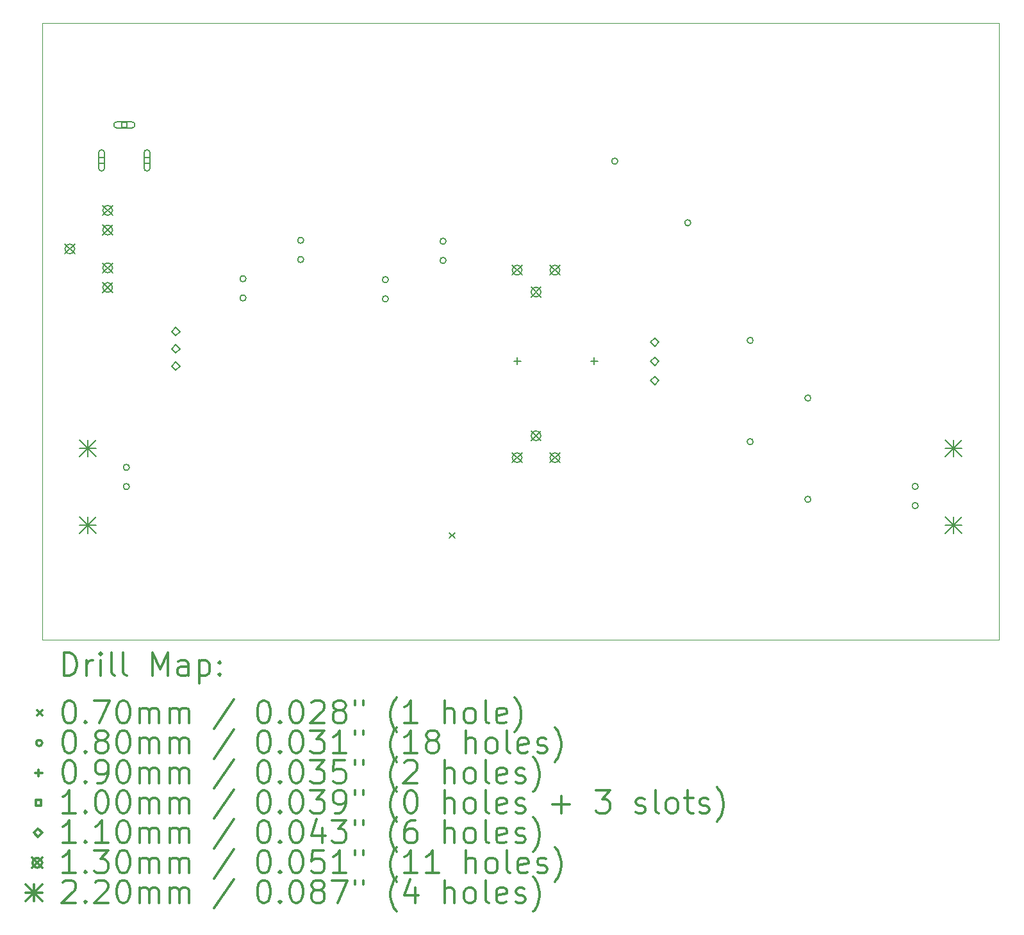
<source format=gbr>
%FSLAX45Y45*%
G04 Gerber Fmt 4.5, Leading zero omitted, Abs format (unit mm)*
G04 Created by KiCad (PCBNEW (5.1.5)-3) date 2021-07-25 13:57:22*
%MOMM*%
%LPD*%
G04 APERTURE LIST*
%TA.AperFunction,Profile*%
%ADD10C,0.100000*%
%TD*%
%ADD11C,0.200000*%
%ADD12C,0.300000*%
G04 APERTURE END LIST*
D10*
X20200000Y-1980000D02*
X20200000Y-10140000D01*
X7560000Y-1980000D02*
X20200000Y-1980000D01*
X7560000Y-10140000D02*
X7560000Y-1980000D01*
X20200000Y-10140000D02*
X7560000Y-10140000D01*
D11*
X12935000Y-8725000D02*
X13005000Y-8795000D01*
X13005000Y-8725000D02*
X12935000Y-8795000D01*
X12129000Y-5377000D02*
G75*
G03X12129000Y-5377000I-40000J0D01*
G01*
X12129000Y-5631000D02*
G75*
G03X12129000Y-5631000I-40000J0D01*
G01*
X12891000Y-4869000D02*
G75*
G03X12891000Y-4869000I-40000J0D01*
G01*
X12891000Y-5123000D02*
G75*
G03X12891000Y-5123000I-40000J0D01*
G01*
X16949000Y-6179000D02*
G75*
G03X16949000Y-6179000I-40000J0D01*
G01*
X17711000Y-6941000D02*
G75*
G03X17711000Y-6941000I-40000J0D01*
G01*
X15160000Y-3810000D02*
G75*
G03X15160000Y-3810000I-40000J0D01*
G01*
X16124500Y-4624400D02*
G75*
G03X16124500Y-4624400I-40000J0D01*
G01*
X8708000Y-7858000D02*
G75*
G03X8708000Y-7858000I-40000J0D01*
G01*
X8708000Y-8112000D02*
G75*
G03X8708000Y-8112000I-40000J0D01*
G01*
X16949000Y-7519000D02*
G75*
G03X16949000Y-7519000I-40000J0D01*
G01*
X17711000Y-8281000D02*
G75*
G03X17711000Y-8281000I-40000J0D01*
G01*
X19130000Y-8110000D02*
G75*
G03X19130000Y-8110000I-40000J0D01*
G01*
X19130000Y-8364000D02*
G75*
G03X19130000Y-8364000I-40000J0D01*
G01*
X10248000Y-5364000D02*
G75*
G03X10248000Y-5364000I-40000J0D01*
G01*
X10248000Y-5618000D02*
G75*
G03X10248000Y-5618000I-40000J0D01*
G01*
X11010000Y-4856000D02*
G75*
G03X11010000Y-4856000I-40000J0D01*
G01*
X11010000Y-5110000D02*
G75*
G03X11010000Y-5110000I-40000J0D01*
G01*
X13834000Y-6405000D02*
X13834000Y-6495000D01*
X13789000Y-6450000D02*
X13879000Y-6450000D01*
X14850000Y-6405000D02*
X14850000Y-6495000D01*
X14805000Y-6450000D02*
X14895000Y-6450000D01*
X8375356Y-3835356D02*
X8375356Y-3764644D01*
X8304644Y-3764644D01*
X8304644Y-3835356D01*
X8375356Y-3835356D01*
X8300000Y-3700000D02*
X8300000Y-3900000D01*
X8380000Y-3700000D02*
X8380000Y-3900000D01*
X8300000Y-3900000D02*
G75*
G03X8380000Y-3900000I40000J0D01*
G01*
X8380000Y-3700000D02*
G75*
G03X8300000Y-3700000I-40000J0D01*
G01*
X8675356Y-3365356D02*
X8675356Y-3294644D01*
X8604644Y-3294644D01*
X8604644Y-3365356D01*
X8675356Y-3365356D01*
X8540000Y-3370000D02*
X8740000Y-3370000D01*
X8540000Y-3290000D02*
X8740000Y-3290000D01*
X8740000Y-3370000D02*
G75*
G03X8740000Y-3290000I0J40000D01*
G01*
X8540000Y-3290000D02*
G75*
G03X8540000Y-3370000I0J-40000D01*
G01*
X8975356Y-3835356D02*
X8975356Y-3764644D01*
X8904644Y-3764644D01*
X8904644Y-3835356D01*
X8975356Y-3835356D01*
X8900000Y-3700000D02*
X8900000Y-3900000D01*
X8980000Y-3700000D02*
X8980000Y-3900000D01*
X8900000Y-3900000D02*
G75*
G03X8980000Y-3900000I40000J0D01*
G01*
X8980000Y-3700000D02*
G75*
G03X8900000Y-3700000I-40000J0D01*
G01*
X9320000Y-6117000D02*
X9375000Y-6062000D01*
X9320000Y-6007000D01*
X9265000Y-6062000D01*
X9320000Y-6117000D01*
X9320000Y-6346000D02*
X9375000Y-6291000D01*
X9320000Y-6236000D01*
X9265000Y-6291000D01*
X9320000Y-6346000D01*
X9320000Y-6575000D02*
X9375000Y-6520000D01*
X9320000Y-6465000D01*
X9265000Y-6520000D01*
X9320000Y-6575000D01*
X15650000Y-6257000D02*
X15705000Y-6202000D01*
X15650000Y-6147000D01*
X15595000Y-6202000D01*
X15650000Y-6257000D01*
X15650000Y-6511000D02*
X15705000Y-6456000D01*
X15650000Y-6401000D01*
X15595000Y-6456000D01*
X15650000Y-6511000D01*
X15650000Y-6765000D02*
X15705000Y-6710000D01*
X15650000Y-6655000D01*
X15595000Y-6710000D01*
X15650000Y-6765000D01*
X13765000Y-7665000D02*
X13895000Y-7795000D01*
X13895000Y-7665000D02*
X13765000Y-7795000D01*
X13895000Y-7730000D02*
G75*
G03X13895000Y-7730000I-65000J0D01*
G01*
X14015000Y-7375000D02*
X14145000Y-7505000D01*
X14145000Y-7375000D02*
X14015000Y-7505000D01*
X14145000Y-7440000D02*
G75*
G03X14145000Y-7440000I-65000J0D01*
G01*
X14265000Y-7665000D02*
X14395000Y-7795000D01*
X14395000Y-7665000D02*
X14265000Y-7795000D01*
X14395000Y-7730000D02*
G75*
G03X14395000Y-7730000I-65000J0D01*
G01*
X7855000Y-4905000D02*
X7985000Y-5035000D01*
X7985000Y-4905000D02*
X7855000Y-5035000D01*
X7985000Y-4970000D02*
G75*
G03X7985000Y-4970000I-65000J0D01*
G01*
X8355000Y-4395000D02*
X8485000Y-4525000D01*
X8485000Y-4395000D02*
X8355000Y-4525000D01*
X8485000Y-4460000D02*
G75*
G03X8485000Y-4460000I-65000J0D01*
G01*
X8355000Y-4655000D02*
X8485000Y-4785000D01*
X8485000Y-4655000D02*
X8355000Y-4785000D01*
X8485000Y-4720000D02*
G75*
G03X8485000Y-4720000I-65000J0D01*
G01*
X8355000Y-5155000D02*
X8485000Y-5285000D01*
X8485000Y-5155000D02*
X8355000Y-5285000D01*
X8485000Y-5220000D02*
G75*
G03X8485000Y-5220000I-65000J0D01*
G01*
X8355000Y-5415000D02*
X8485000Y-5545000D01*
X8485000Y-5415000D02*
X8355000Y-5545000D01*
X8485000Y-5480000D02*
G75*
G03X8485000Y-5480000I-65000J0D01*
G01*
X13765000Y-5185000D02*
X13895000Y-5315000D01*
X13895000Y-5185000D02*
X13765000Y-5315000D01*
X13895000Y-5250000D02*
G75*
G03X13895000Y-5250000I-65000J0D01*
G01*
X14015000Y-5475000D02*
X14145000Y-5605000D01*
X14145000Y-5475000D02*
X14015000Y-5605000D01*
X14145000Y-5540000D02*
G75*
G03X14145000Y-5540000I-65000J0D01*
G01*
X14265000Y-5185000D02*
X14395000Y-5315000D01*
X14395000Y-5185000D02*
X14265000Y-5315000D01*
X14395000Y-5250000D02*
G75*
G03X14395000Y-5250000I-65000J0D01*
G01*
X8050000Y-7494000D02*
X8270000Y-7714000D01*
X8270000Y-7494000D02*
X8050000Y-7714000D01*
X8160000Y-7494000D02*
X8160000Y-7714000D01*
X8050000Y-7604000D02*
X8270000Y-7604000D01*
X8050000Y-8510000D02*
X8270000Y-8730000D01*
X8270000Y-8510000D02*
X8050000Y-8730000D01*
X8160000Y-8510000D02*
X8160000Y-8730000D01*
X8050000Y-8620000D02*
X8270000Y-8620000D01*
X19488000Y-7492000D02*
X19708000Y-7712000D01*
X19708000Y-7492000D02*
X19488000Y-7712000D01*
X19598000Y-7492000D02*
X19598000Y-7712000D01*
X19488000Y-7602000D02*
X19708000Y-7602000D01*
X19488000Y-8508000D02*
X19708000Y-8728000D01*
X19708000Y-8508000D02*
X19488000Y-8728000D01*
X19598000Y-8508000D02*
X19598000Y-8728000D01*
X19488000Y-8618000D02*
X19708000Y-8618000D01*
D12*
X7841428Y-10610714D02*
X7841428Y-10310714D01*
X7912857Y-10310714D01*
X7955714Y-10325000D01*
X7984286Y-10353572D01*
X7998571Y-10382143D01*
X8012857Y-10439286D01*
X8012857Y-10482143D01*
X7998571Y-10539286D01*
X7984286Y-10567857D01*
X7955714Y-10596429D01*
X7912857Y-10610714D01*
X7841428Y-10610714D01*
X8141428Y-10610714D02*
X8141428Y-10410714D01*
X8141428Y-10467857D02*
X8155714Y-10439286D01*
X8170000Y-10425000D01*
X8198571Y-10410714D01*
X8227143Y-10410714D01*
X8327143Y-10610714D02*
X8327143Y-10410714D01*
X8327143Y-10310714D02*
X8312857Y-10325000D01*
X8327143Y-10339286D01*
X8341428Y-10325000D01*
X8327143Y-10310714D01*
X8327143Y-10339286D01*
X8512857Y-10610714D02*
X8484286Y-10596429D01*
X8470000Y-10567857D01*
X8470000Y-10310714D01*
X8670000Y-10610714D02*
X8641428Y-10596429D01*
X8627143Y-10567857D01*
X8627143Y-10310714D01*
X9012857Y-10610714D02*
X9012857Y-10310714D01*
X9112857Y-10525000D01*
X9212857Y-10310714D01*
X9212857Y-10610714D01*
X9484286Y-10610714D02*
X9484286Y-10453572D01*
X9470000Y-10425000D01*
X9441428Y-10410714D01*
X9384286Y-10410714D01*
X9355714Y-10425000D01*
X9484286Y-10596429D02*
X9455714Y-10610714D01*
X9384286Y-10610714D01*
X9355714Y-10596429D01*
X9341428Y-10567857D01*
X9341428Y-10539286D01*
X9355714Y-10510714D01*
X9384286Y-10496429D01*
X9455714Y-10496429D01*
X9484286Y-10482143D01*
X9627143Y-10410714D02*
X9627143Y-10710714D01*
X9627143Y-10425000D02*
X9655714Y-10410714D01*
X9712857Y-10410714D01*
X9741428Y-10425000D01*
X9755714Y-10439286D01*
X9770000Y-10467857D01*
X9770000Y-10553572D01*
X9755714Y-10582143D01*
X9741428Y-10596429D01*
X9712857Y-10610714D01*
X9655714Y-10610714D01*
X9627143Y-10596429D01*
X9898571Y-10582143D02*
X9912857Y-10596429D01*
X9898571Y-10610714D01*
X9884286Y-10596429D01*
X9898571Y-10582143D01*
X9898571Y-10610714D01*
X9898571Y-10425000D02*
X9912857Y-10439286D01*
X9898571Y-10453572D01*
X9884286Y-10439286D01*
X9898571Y-10425000D01*
X9898571Y-10453572D01*
X7485000Y-11070000D02*
X7555000Y-11140000D01*
X7555000Y-11070000D02*
X7485000Y-11140000D01*
X7898571Y-10940714D02*
X7927143Y-10940714D01*
X7955714Y-10955000D01*
X7970000Y-10969286D01*
X7984286Y-10997857D01*
X7998571Y-11055000D01*
X7998571Y-11126429D01*
X7984286Y-11183572D01*
X7970000Y-11212143D01*
X7955714Y-11226429D01*
X7927143Y-11240714D01*
X7898571Y-11240714D01*
X7870000Y-11226429D01*
X7855714Y-11212143D01*
X7841428Y-11183572D01*
X7827143Y-11126429D01*
X7827143Y-11055000D01*
X7841428Y-10997857D01*
X7855714Y-10969286D01*
X7870000Y-10955000D01*
X7898571Y-10940714D01*
X8127143Y-11212143D02*
X8141428Y-11226429D01*
X8127143Y-11240714D01*
X8112857Y-11226429D01*
X8127143Y-11212143D01*
X8127143Y-11240714D01*
X8241428Y-10940714D02*
X8441428Y-10940714D01*
X8312857Y-11240714D01*
X8612857Y-10940714D02*
X8641428Y-10940714D01*
X8670000Y-10955000D01*
X8684286Y-10969286D01*
X8698571Y-10997857D01*
X8712857Y-11055000D01*
X8712857Y-11126429D01*
X8698571Y-11183572D01*
X8684286Y-11212143D01*
X8670000Y-11226429D01*
X8641428Y-11240714D01*
X8612857Y-11240714D01*
X8584286Y-11226429D01*
X8570000Y-11212143D01*
X8555714Y-11183572D01*
X8541428Y-11126429D01*
X8541428Y-11055000D01*
X8555714Y-10997857D01*
X8570000Y-10969286D01*
X8584286Y-10955000D01*
X8612857Y-10940714D01*
X8841428Y-11240714D02*
X8841428Y-11040714D01*
X8841428Y-11069286D02*
X8855714Y-11055000D01*
X8884286Y-11040714D01*
X8927143Y-11040714D01*
X8955714Y-11055000D01*
X8970000Y-11083572D01*
X8970000Y-11240714D01*
X8970000Y-11083572D02*
X8984286Y-11055000D01*
X9012857Y-11040714D01*
X9055714Y-11040714D01*
X9084286Y-11055000D01*
X9098571Y-11083572D01*
X9098571Y-11240714D01*
X9241428Y-11240714D02*
X9241428Y-11040714D01*
X9241428Y-11069286D02*
X9255714Y-11055000D01*
X9284286Y-11040714D01*
X9327143Y-11040714D01*
X9355714Y-11055000D01*
X9370000Y-11083572D01*
X9370000Y-11240714D01*
X9370000Y-11083572D02*
X9384286Y-11055000D01*
X9412857Y-11040714D01*
X9455714Y-11040714D01*
X9484286Y-11055000D01*
X9498571Y-11083572D01*
X9498571Y-11240714D01*
X10084286Y-10926429D02*
X9827143Y-11312143D01*
X10470000Y-10940714D02*
X10498571Y-10940714D01*
X10527143Y-10955000D01*
X10541428Y-10969286D01*
X10555714Y-10997857D01*
X10570000Y-11055000D01*
X10570000Y-11126429D01*
X10555714Y-11183572D01*
X10541428Y-11212143D01*
X10527143Y-11226429D01*
X10498571Y-11240714D01*
X10470000Y-11240714D01*
X10441428Y-11226429D01*
X10427143Y-11212143D01*
X10412857Y-11183572D01*
X10398571Y-11126429D01*
X10398571Y-11055000D01*
X10412857Y-10997857D01*
X10427143Y-10969286D01*
X10441428Y-10955000D01*
X10470000Y-10940714D01*
X10698571Y-11212143D02*
X10712857Y-11226429D01*
X10698571Y-11240714D01*
X10684286Y-11226429D01*
X10698571Y-11212143D01*
X10698571Y-11240714D01*
X10898571Y-10940714D02*
X10927143Y-10940714D01*
X10955714Y-10955000D01*
X10970000Y-10969286D01*
X10984286Y-10997857D01*
X10998571Y-11055000D01*
X10998571Y-11126429D01*
X10984286Y-11183572D01*
X10970000Y-11212143D01*
X10955714Y-11226429D01*
X10927143Y-11240714D01*
X10898571Y-11240714D01*
X10870000Y-11226429D01*
X10855714Y-11212143D01*
X10841428Y-11183572D01*
X10827143Y-11126429D01*
X10827143Y-11055000D01*
X10841428Y-10997857D01*
X10855714Y-10969286D01*
X10870000Y-10955000D01*
X10898571Y-10940714D01*
X11112857Y-10969286D02*
X11127143Y-10955000D01*
X11155714Y-10940714D01*
X11227143Y-10940714D01*
X11255714Y-10955000D01*
X11270000Y-10969286D01*
X11284286Y-10997857D01*
X11284286Y-11026429D01*
X11270000Y-11069286D01*
X11098571Y-11240714D01*
X11284286Y-11240714D01*
X11455714Y-11069286D02*
X11427143Y-11055000D01*
X11412857Y-11040714D01*
X11398571Y-11012143D01*
X11398571Y-10997857D01*
X11412857Y-10969286D01*
X11427143Y-10955000D01*
X11455714Y-10940714D01*
X11512857Y-10940714D01*
X11541428Y-10955000D01*
X11555714Y-10969286D01*
X11570000Y-10997857D01*
X11570000Y-11012143D01*
X11555714Y-11040714D01*
X11541428Y-11055000D01*
X11512857Y-11069286D01*
X11455714Y-11069286D01*
X11427143Y-11083572D01*
X11412857Y-11097857D01*
X11398571Y-11126429D01*
X11398571Y-11183572D01*
X11412857Y-11212143D01*
X11427143Y-11226429D01*
X11455714Y-11240714D01*
X11512857Y-11240714D01*
X11541428Y-11226429D01*
X11555714Y-11212143D01*
X11570000Y-11183572D01*
X11570000Y-11126429D01*
X11555714Y-11097857D01*
X11541428Y-11083572D01*
X11512857Y-11069286D01*
X11684286Y-10940714D02*
X11684286Y-10997857D01*
X11798571Y-10940714D02*
X11798571Y-10997857D01*
X12241428Y-11355000D02*
X12227143Y-11340714D01*
X12198571Y-11297857D01*
X12184286Y-11269286D01*
X12170000Y-11226429D01*
X12155714Y-11155000D01*
X12155714Y-11097857D01*
X12170000Y-11026429D01*
X12184286Y-10983572D01*
X12198571Y-10955000D01*
X12227143Y-10912143D01*
X12241428Y-10897857D01*
X12512857Y-11240714D02*
X12341428Y-11240714D01*
X12427143Y-11240714D02*
X12427143Y-10940714D01*
X12398571Y-10983572D01*
X12370000Y-11012143D01*
X12341428Y-11026429D01*
X12870000Y-11240714D02*
X12870000Y-10940714D01*
X12998571Y-11240714D02*
X12998571Y-11083572D01*
X12984286Y-11055000D01*
X12955714Y-11040714D01*
X12912857Y-11040714D01*
X12884286Y-11055000D01*
X12870000Y-11069286D01*
X13184286Y-11240714D02*
X13155714Y-11226429D01*
X13141428Y-11212143D01*
X13127143Y-11183572D01*
X13127143Y-11097857D01*
X13141428Y-11069286D01*
X13155714Y-11055000D01*
X13184286Y-11040714D01*
X13227143Y-11040714D01*
X13255714Y-11055000D01*
X13270000Y-11069286D01*
X13284286Y-11097857D01*
X13284286Y-11183572D01*
X13270000Y-11212143D01*
X13255714Y-11226429D01*
X13227143Y-11240714D01*
X13184286Y-11240714D01*
X13455714Y-11240714D02*
X13427143Y-11226429D01*
X13412857Y-11197857D01*
X13412857Y-10940714D01*
X13684286Y-11226429D02*
X13655714Y-11240714D01*
X13598571Y-11240714D01*
X13570000Y-11226429D01*
X13555714Y-11197857D01*
X13555714Y-11083572D01*
X13570000Y-11055000D01*
X13598571Y-11040714D01*
X13655714Y-11040714D01*
X13684286Y-11055000D01*
X13698571Y-11083572D01*
X13698571Y-11112143D01*
X13555714Y-11140714D01*
X13798571Y-11355000D02*
X13812857Y-11340714D01*
X13841428Y-11297857D01*
X13855714Y-11269286D01*
X13870000Y-11226429D01*
X13884286Y-11155000D01*
X13884286Y-11097857D01*
X13870000Y-11026429D01*
X13855714Y-10983572D01*
X13841428Y-10955000D01*
X13812857Y-10912143D01*
X13798571Y-10897857D01*
X7555000Y-11501000D02*
G75*
G03X7555000Y-11501000I-40000J0D01*
G01*
X7898571Y-11336714D02*
X7927143Y-11336714D01*
X7955714Y-11351000D01*
X7970000Y-11365286D01*
X7984286Y-11393857D01*
X7998571Y-11451000D01*
X7998571Y-11522429D01*
X7984286Y-11579571D01*
X7970000Y-11608143D01*
X7955714Y-11622429D01*
X7927143Y-11636714D01*
X7898571Y-11636714D01*
X7870000Y-11622429D01*
X7855714Y-11608143D01*
X7841428Y-11579571D01*
X7827143Y-11522429D01*
X7827143Y-11451000D01*
X7841428Y-11393857D01*
X7855714Y-11365286D01*
X7870000Y-11351000D01*
X7898571Y-11336714D01*
X8127143Y-11608143D02*
X8141428Y-11622429D01*
X8127143Y-11636714D01*
X8112857Y-11622429D01*
X8127143Y-11608143D01*
X8127143Y-11636714D01*
X8312857Y-11465286D02*
X8284286Y-11451000D01*
X8270000Y-11436714D01*
X8255714Y-11408143D01*
X8255714Y-11393857D01*
X8270000Y-11365286D01*
X8284286Y-11351000D01*
X8312857Y-11336714D01*
X8370000Y-11336714D01*
X8398571Y-11351000D01*
X8412857Y-11365286D01*
X8427143Y-11393857D01*
X8427143Y-11408143D01*
X8412857Y-11436714D01*
X8398571Y-11451000D01*
X8370000Y-11465286D01*
X8312857Y-11465286D01*
X8284286Y-11479571D01*
X8270000Y-11493857D01*
X8255714Y-11522429D01*
X8255714Y-11579571D01*
X8270000Y-11608143D01*
X8284286Y-11622429D01*
X8312857Y-11636714D01*
X8370000Y-11636714D01*
X8398571Y-11622429D01*
X8412857Y-11608143D01*
X8427143Y-11579571D01*
X8427143Y-11522429D01*
X8412857Y-11493857D01*
X8398571Y-11479571D01*
X8370000Y-11465286D01*
X8612857Y-11336714D02*
X8641428Y-11336714D01*
X8670000Y-11351000D01*
X8684286Y-11365286D01*
X8698571Y-11393857D01*
X8712857Y-11451000D01*
X8712857Y-11522429D01*
X8698571Y-11579571D01*
X8684286Y-11608143D01*
X8670000Y-11622429D01*
X8641428Y-11636714D01*
X8612857Y-11636714D01*
X8584286Y-11622429D01*
X8570000Y-11608143D01*
X8555714Y-11579571D01*
X8541428Y-11522429D01*
X8541428Y-11451000D01*
X8555714Y-11393857D01*
X8570000Y-11365286D01*
X8584286Y-11351000D01*
X8612857Y-11336714D01*
X8841428Y-11636714D02*
X8841428Y-11436714D01*
X8841428Y-11465286D02*
X8855714Y-11451000D01*
X8884286Y-11436714D01*
X8927143Y-11436714D01*
X8955714Y-11451000D01*
X8970000Y-11479571D01*
X8970000Y-11636714D01*
X8970000Y-11479571D02*
X8984286Y-11451000D01*
X9012857Y-11436714D01*
X9055714Y-11436714D01*
X9084286Y-11451000D01*
X9098571Y-11479571D01*
X9098571Y-11636714D01*
X9241428Y-11636714D02*
X9241428Y-11436714D01*
X9241428Y-11465286D02*
X9255714Y-11451000D01*
X9284286Y-11436714D01*
X9327143Y-11436714D01*
X9355714Y-11451000D01*
X9370000Y-11479571D01*
X9370000Y-11636714D01*
X9370000Y-11479571D02*
X9384286Y-11451000D01*
X9412857Y-11436714D01*
X9455714Y-11436714D01*
X9484286Y-11451000D01*
X9498571Y-11479571D01*
X9498571Y-11636714D01*
X10084286Y-11322429D02*
X9827143Y-11708143D01*
X10470000Y-11336714D02*
X10498571Y-11336714D01*
X10527143Y-11351000D01*
X10541428Y-11365286D01*
X10555714Y-11393857D01*
X10570000Y-11451000D01*
X10570000Y-11522429D01*
X10555714Y-11579571D01*
X10541428Y-11608143D01*
X10527143Y-11622429D01*
X10498571Y-11636714D01*
X10470000Y-11636714D01*
X10441428Y-11622429D01*
X10427143Y-11608143D01*
X10412857Y-11579571D01*
X10398571Y-11522429D01*
X10398571Y-11451000D01*
X10412857Y-11393857D01*
X10427143Y-11365286D01*
X10441428Y-11351000D01*
X10470000Y-11336714D01*
X10698571Y-11608143D02*
X10712857Y-11622429D01*
X10698571Y-11636714D01*
X10684286Y-11622429D01*
X10698571Y-11608143D01*
X10698571Y-11636714D01*
X10898571Y-11336714D02*
X10927143Y-11336714D01*
X10955714Y-11351000D01*
X10970000Y-11365286D01*
X10984286Y-11393857D01*
X10998571Y-11451000D01*
X10998571Y-11522429D01*
X10984286Y-11579571D01*
X10970000Y-11608143D01*
X10955714Y-11622429D01*
X10927143Y-11636714D01*
X10898571Y-11636714D01*
X10870000Y-11622429D01*
X10855714Y-11608143D01*
X10841428Y-11579571D01*
X10827143Y-11522429D01*
X10827143Y-11451000D01*
X10841428Y-11393857D01*
X10855714Y-11365286D01*
X10870000Y-11351000D01*
X10898571Y-11336714D01*
X11098571Y-11336714D02*
X11284286Y-11336714D01*
X11184286Y-11451000D01*
X11227143Y-11451000D01*
X11255714Y-11465286D01*
X11270000Y-11479571D01*
X11284286Y-11508143D01*
X11284286Y-11579571D01*
X11270000Y-11608143D01*
X11255714Y-11622429D01*
X11227143Y-11636714D01*
X11141428Y-11636714D01*
X11112857Y-11622429D01*
X11098571Y-11608143D01*
X11570000Y-11636714D02*
X11398571Y-11636714D01*
X11484286Y-11636714D02*
X11484286Y-11336714D01*
X11455714Y-11379571D01*
X11427143Y-11408143D01*
X11398571Y-11422429D01*
X11684286Y-11336714D02*
X11684286Y-11393857D01*
X11798571Y-11336714D02*
X11798571Y-11393857D01*
X12241428Y-11751000D02*
X12227143Y-11736714D01*
X12198571Y-11693857D01*
X12184286Y-11665286D01*
X12170000Y-11622429D01*
X12155714Y-11551000D01*
X12155714Y-11493857D01*
X12170000Y-11422429D01*
X12184286Y-11379571D01*
X12198571Y-11351000D01*
X12227143Y-11308143D01*
X12241428Y-11293857D01*
X12512857Y-11636714D02*
X12341428Y-11636714D01*
X12427143Y-11636714D02*
X12427143Y-11336714D01*
X12398571Y-11379571D01*
X12370000Y-11408143D01*
X12341428Y-11422429D01*
X12684286Y-11465286D02*
X12655714Y-11451000D01*
X12641428Y-11436714D01*
X12627143Y-11408143D01*
X12627143Y-11393857D01*
X12641428Y-11365286D01*
X12655714Y-11351000D01*
X12684286Y-11336714D01*
X12741428Y-11336714D01*
X12770000Y-11351000D01*
X12784286Y-11365286D01*
X12798571Y-11393857D01*
X12798571Y-11408143D01*
X12784286Y-11436714D01*
X12770000Y-11451000D01*
X12741428Y-11465286D01*
X12684286Y-11465286D01*
X12655714Y-11479571D01*
X12641428Y-11493857D01*
X12627143Y-11522429D01*
X12627143Y-11579571D01*
X12641428Y-11608143D01*
X12655714Y-11622429D01*
X12684286Y-11636714D01*
X12741428Y-11636714D01*
X12770000Y-11622429D01*
X12784286Y-11608143D01*
X12798571Y-11579571D01*
X12798571Y-11522429D01*
X12784286Y-11493857D01*
X12770000Y-11479571D01*
X12741428Y-11465286D01*
X13155714Y-11636714D02*
X13155714Y-11336714D01*
X13284286Y-11636714D02*
X13284286Y-11479571D01*
X13270000Y-11451000D01*
X13241428Y-11436714D01*
X13198571Y-11436714D01*
X13170000Y-11451000D01*
X13155714Y-11465286D01*
X13470000Y-11636714D02*
X13441428Y-11622429D01*
X13427143Y-11608143D01*
X13412857Y-11579571D01*
X13412857Y-11493857D01*
X13427143Y-11465286D01*
X13441428Y-11451000D01*
X13470000Y-11436714D01*
X13512857Y-11436714D01*
X13541428Y-11451000D01*
X13555714Y-11465286D01*
X13570000Y-11493857D01*
X13570000Y-11579571D01*
X13555714Y-11608143D01*
X13541428Y-11622429D01*
X13512857Y-11636714D01*
X13470000Y-11636714D01*
X13741428Y-11636714D02*
X13712857Y-11622429D01*
X13698571Y-11593857D01*
X13698571Y-11336714D01*
X13970000Y-11622429D02*
X13941428Y-11636714D01*
X13884286Y-11636714D01*
X13855714Y-11622429D01*
X13841428Y-11593857D01*
X13841428Y-11479571D01*
X13855714Y-11451000D01*
X13884286Y-11436714D01*
X13941428Y-11436714D01*
X13970000Y-11451000D01*
X13984286Y-11479571D01*
X13984286Y-11508143D01*
X13841428Y-11536714D01*
X14098571Y-11622429D02*
X14127143Y-11636714D01*
X14184286Y-11636714D01*
X14212857Y-11622429D01*
X14227143Y-11593857D01*
X14227143Y-11579571D01*
X14212857Y-11551000D01*
X14184286Y-11536714D01*
X14141428Y-11536714D01*
X14112857Y-11522429D01*
X14098571Y-11493857D01*
X14098571Y-11479571D01*
X14112857Y-11451000D01*
X14141428Y-11436714D01*
X14184286Y-11436714D01*
X14212857Y-11451000D01*
X14327143Y-11751000D02*
X14341428Y-11736714D01*
X14370000Y-11693857D01*
X14384286Y-11665286D01*
X14398571Y-11622429D01*
X14412857Y-11551000D01*
X14412857Y-11493857D01*
X14398571Y-11422429D01*
X14384286Y-11379571D01*
X14370000Y-11351000D01*
X14341428Y-11308143D01*
X14327143Y-11293857D01*
X7510000Y-11852000D02*
X7510000Y-11942000D01*
X7465000Y-11897000D02*
X7555000Y-11897000D01*
X7898571Y-11732714D02*
X7927143Y-11732714D01*
X7955714Y-11747000D01*
X7970000Y-11761286D01*
X7984286Y-11789857D01*
X7998571Y-11847000D01*
X7998571Y-11918429D01*
X7984286Y-11975571D01*
X7970000Y-12004143D01*
X7955714Y-12018429D01*
X7927143Y-12032714D01*
X7898571Y-12032714D01*
X7870000Y-12018429D01*
X7855714Y-12004143D01*
X7841428Y-11975571D01*
X7827143Y-11918429D01*
X7827143Y-11847000D01*
X7841428Y-11789857D01*
X7855714Y-11761286D01*
X7870000Y-11747000D01*
X7898571Y-11732714D01*
X8127143Y-12004143D02*
X8141428Y-12018429D01*
X8127143Y-12032714D01*
X8112857Y-12018429D01*
X8127143Y-12004143D01*
X8127143Y-12032714D01*
X8284286Y-12032714D02*
X8341428Y-12032714D01*
X8370000Y-12018429D01*
X8384286Y-12004143D01*
X8412857Y-11961286D01*
X8427143Y-11904143D01*
X8427143Y-11789857D01*
X8412857Y-11761286D01*
X8398571Y-11747000D01*
X8370000Y-11732714D01*
X8312857Y-11732714D01*
X8284286Y-11747000D01*
X8270000Y-11761286D01*
X8255714Y-11789857D01*
X8255714Y-11861286D01*
X8270000Y-11889857D01*
X8284286Y-11904143D01*
X8312857Y-11918429D01*
X8370000Y-11918429D01*
X8398571Y-11904143D01*
X8412857Y-11889857D01*
X8427143Y-11861286D01*
X8612857Y-11732714D02*
X8641428Y-11732714D01*
X8670000Y-11747000D01*
X8684286Y-11761286D01*
X8698571Y-11789857D01*
X8712857Y-11847000D01*
X8712857Y-11918429D01*
X8698571Y-11975571D01*
X8684286Y-12004143D01*
X8670000Y-12018429D01*
X8641428Y-12032714D01*
X8612857Y-12032714D01*
X8584286Y-12018429D01*
X8570000Y-12004143D01*
X8555714Y-11975571D01*
X8541428Y-11918429D01*
X8541428Y-11847000D01*
X8555714Y-11789857D01*
X8570000Y-11761286D01*
X8584286Y-11747000D01*
X8612857Y-11732714D01*
X8841428Y-12032714D02*
X8841428Y-11832714D01*
X8841428Y-11861286D02*
X8855714Y-11847000D01*
X8884286Y-11832714D01*
X8927143Y-11832714D01*
X8955714Y-11847000D01*
X8970000Y-11875571D01*
X8970000Y-12032714D01*
X8970000Y-11875571D02*
X8984286Y-11847000D01*
X9012857Y-11832714D01*
X9055714Y-11832714D01*
X9084286Y-11847000D01*
X9098571Y-11875571D01*
X9098571Y-12032714D01*
X9241428Y-12032714D02*
X9241428Y-11832714D01*
X9241428Y-11861286D02*
X9255714Y-11847000D01*
X9284286Y-11832714D01*
X9327143Y-11832714D01*
X9355714Y-11847000D01*
X9370000Y-11875571D01*
X9370000Y-12032714D01*
X9370000Y-11875571D02*
X9384286Y-11847000D01*
X9412857Y-11832714D01*
X9455714Y-11832714D01*
X9484286Y-11847000D01*
X9498571Y-11875571D01*
X9498571Y-12032714D01*
X10084286Y-11718429D02*
X9827143Y-12104143D01*
X10470000Y-11732714D02*
X10498571Y-11732714D01*
X10527143Y-11747000D01*
X10541428Y-11761286D01*
X10555714Y-11789857D01*
X10570000Y-11847000D01*
X10570000Y-11918429D01*
X10555714Y-11975571D01*
X10541428Y-12004143D01*
X10527143Y-12018429D01*
X10498571Y-12032714D01*
X10470000Y-12032714D01*
X10441428Y-12018429D01*
X10427143Y-12004143D01*
X10412857Y-11975571D01*
X10398571Y-11918429D01*
X10398571Y-11847000D01*
X10412857Y-11789857D01*
X10427143Y-11761286D01*
X10441428Y-11747000D01*
X10470000Y-11732714D01*
X10698571Y-12004143D02*
X10712857Y-12018429D01*
X10698571Y-12032714D01*
X10684286Y-12018429D01*
X10698571Y-12004143D01*
X10698571Y-12032714D01*
X10898571Y-11732714D02*
X10927143Y-11732714D01*
X10955714Y-11747000D01*
X10970000Y-11761286D01*
X10984286Y-11789857D01*
X10998571Y-11847000D01*
X10998571Y-11918429D01*
X10984286Y-11975571D01*
X10970000Y-12004143D01*
X10955714Y-12018429D01*
X10927143Y-12032714D01*
X10898571Y-12032714D01*
X10870000Y-12018429D01*
X10855714Y-12004143D01*
X10841428Y-11975571D01*
X10827143Y-11918429D01*
X10827143Y-11847000D01*
X10841428Y-11789857D01*
X10855714Y-11761286D01*
X10870000Y-11747000D01*
X10898571Y-11732714D01*
X11098571Y-11732714D02*
X11284286Y-11732714D01*
X11184286Y-11847000D01*
X11227143Y-11847000D01*
X11255714Y-11861286D01*
X11270000Y-11875571D01*
X11284286Y-11904143D01*
X11284286Y-11975571D01*
X11270000Y-12004143D01*
X11255714Y-12018429D01*
X11227143Y-12032714D01*
X11141428Y-12032714D01*
X11112857Y-12018429D01*
X11098571Y-12004143D01*
X11555714Y-11732714D02*
X11412857Y-11732714D01*
X11398571Y-11875571D01*
X11412857Y-11861286D01*
X11441428Y-11847000D01*
X11512857Y-11847000D01*
X11541428Y-11861286D01*
X11555714Y-11875571D01*
X11570000Y-11904143D01*
X11570000Y-11975571D01*
X11555714Y-12004143D01*
X11541428Y-12018429D01*
X11512857Y-12032714D01*
X11441428Y-12032714D01*
X11412857Y-12018429D01*
X11398571Y-12004143D01*
X11684286Y-11732714D02*
X11684286Y-11789857D01*
X11798571Y-11732714D02*
X11798571Y-11789857D01*
X12241428Y-12147000D02*
X12227143Y-12132714D01*
X12198571Y-12089857D01*
X12184286Y-12061286D01*
X12170000Y-12018429D01*
X12155714Y-11947000D01*
X12155714Y-11889857D01*
X12170000Y-11818429D01*
X12184286Y-11775571D01*
X12198571Y-11747000D01*
X12227143Y-11704143D01*
X12241428Y-11689857D01*
X12341428Y-11761286D02*
X12355714Y-11747000D01*
X12384286Y-11732714D01*
X12455714Y-11732714D01*
X12484286Y-11747000D01*
X12498571Y-11761286D01*
X12512857Y-11789857D01*
X12512857Y-11818429D01*
X12498571Y-11861286D01*
X12327143Y-12032714D01*
X12512857Y-12032714D01*
X12870000Y-12032714D02*
X12870000Y-11732714D01*
X12998571Y-12032714D02*
X12998571Y-11875571D01*
X12984286Y-11847000D01*
X12955714Y-11832714D01*
X12912857Y-11832714D01*
X12884286Y-11847000D01*
X12870000Y-11861286D01*
X13184286Y-12032714D02*
X13155714Y-12018429D01*
X13141428Y-12004143D01*
X13127143Y-11975571D01*
X13127143Y-11889857D01*
X13141428Y-11861286D01*
X13155714Y-11847000D01*
X13184286Y-11832714D01*
X13227143Y-11832714D01*
X13255714Y-11847000D01*
X13270000Y-11861286D01*
X13284286Y-11889857D01*
X13284286Y-11975571D01*
X13270000Y-12004143D01*
X13255714Y-12018429D01*
X13227143Y-12032714D01*
X13184286Y-12032714D01*
X13455714Y-12032714D02*
X13427143Y-12018429D01*
X13412857Y-11989857D01*
X13412857Y-11732714D01*
X13684286Y-12018429D02*
X13655714Y-12032714D01*
X13598571Y-12032714D01*
X13570000Y-12018429D01*
X13555714Y-11989857D01*
X13555714Y-11875571D01*
X13570000Y-11847000D01*
X13598571Y-11832714D01*
X13655714Y-11832714D01*
X13684286Y-11847000D01*
X13698571Y-11875571D01*
X13698571Y-11904143D01*
X13555714Y-11932714D01*
X13812857Y-12018429D02*
X13841428Y-12032714D01*
X13898571Y-12032714D01*
X13927143Y-12018429D01*
X13941428Y-11989857D01*
X13941428Y-11975571D01*
X13927143Y-11947000D01*
X13898571Y-11932714D01*
X13855714Y-11932714D01*
X13827143Y-11918429D01*
X13812857Y-11889857D01*
X13812857Y-11875571D01*
X13827143Y-11847000D01*
X13855714Y-11832714D01*
X13898571Y-11832714D01*
X13927143Y-11847000D01*
X14041428Y-12147000D02*
X14055714Y-12132714D01*
X14084286Y-12089857D01*
X14098571Y-12061286D01*
X14112857Y-12018429D01*
X14127143Y-11947000D01*
X14127143Y-11889857D01*
X14112857Y-11818429D01*
X14098571Y-11775571D01*
X14084286Y-11747000D01*
X14055714Y-11704143D01*
X14041428Y-11689857D01*
X7540356Y-12328356D02*
X7540356Y-12257644D01*
X7469644Y-12257644D01*
X7469644Y-12328356D01*
X7540356Y-12328356D01*
X7998571Y-12428714D02*
X7827143Y-12428714D01*
X7912857Y-12428714D02*
X7912857Y-12128714D01*
X7884286Y-12171571D01*
X7855714Y-12200143D01*
X7827143Y-12214429D01*
X8127143Y-12400143D02*
X8141428Y-12414429D01*
X8127143Y-12428714D01*
X8112857Y-12414429D01*
X8127143Y-12400143D01*
X8127143Y-12428714D01*
X8327143Y-12128714D02*
X8355714Y-12128714D01*
X8384286Y-12143000D01*
X8398571Y-12157286D01*
X8412857Y-12185857D01*
X8427143Y-12243000D01*
X8427143Y-12314429D01*
X8412857Y-12371571D01*
X8398571Y-12400143D01*
X8384286Y-12414429D01*
X8355714Y-12428714D01*
X8327143Y-12428714D01*
X8298571Y-12414429D01*
X8284286Y-12400143D01*
X8270000Y-12371571D01*
X8255714Y-12314429D01*
X8255714Y-12243000D01*
X8270000Y-12185857D01*
X8284286Y-12157286D01*
X8298571Y-12143000D01*
X8327143Y-12128714D01*
X8612857Y-12128714D02*
X8641428Y-12128714D01*
X8670000Y-12143000D01*
X8684286Y-12157286D01*
X8698571Y-12185857D01*
X8712857Y-12243000D01*
X8712857Y-12314429D01*
X8698571Y-12371571D01*
X8684286Y-12400143D01*
X8670000Y-12414429D01*
X8641428Y-12428714D01*
X8612857Y-12428714D01*
X8584286Y-12414429D01*
X8570000Y-12400143D01*
X8555714Y-12371571D01*
X8541428Y-12314429D01*
X8541428Y-12243000D01*
X8555714Y-12185857D01*
X8570000Y-12157286D01*
X8584286Y-12143000D01*
X8612857Y-12128714D01*
X8841428Y-12428714D02*
X8841428Y-12228714D01*
X8841428Y-12257286D02*
X8855714Y-12243000D01*
X8884286Y-12228714D01*
X8927143Y-12228714D01*
X8955714Y-12243000D01*
X8970000Y-12271571D01*
X8970000Y-12428714D01*
X8970000Y-12271571D02*
X8984286Y-12243000D01*
X9012857Y-12228714D01*
X9055714Y-12228714D01*
X9084286Y-12243000D01*
X9098571Y-12271571D01*
X9098571Y-12428714D01*
X9241428Y-12428714D02*
X9241428Y-12228714D01*
X9241428Y-12257286D02*
X9255714Y-12243000D01*
X9284286Y-12228714D01*
X9327143Y-12228714D01*
X9355714Y-12243000D01*
X9370000Y-12271571D01*
X9370000Y-12428714D01*
X9370000Y-12271571D02*
X9384286Y-12243000D01*
X9412857Y-12228714D01*
X9455714Y-12228714D01*
X9484286Y-12243000D01*
X9498571Y-12271571D01*
X9498571Y-12428714D01*
X10084286Y-12114429D02*
X9827143Y-12500143D01*
X10470000Y-12128714D02*
X10498571Y-12128714D01*
X10527143Y-12143000D01*
X10541428Y-12157286D01*
X10555714Y-12185857D01*
X10570000Y-12243000D01*
X10570000Y-12314429D01*
X10555714Y-12371571D01*
X10541428Y-12400143D01*
X10527143Y-12414429D01*
X10498571Y-12428714D01*
X10470000Y-12428714D01*
X10441428Y-12414429D01*
X10427143Y-12400143D01*
X10412857Y-12371571D01*
X10398571Y-12314429D01*
X10398571Y-12243000D01*
X10412857Y-12185857D01*
X10427143Y-12157286D01*
X10441428Y-12143000D01*
X10470000Y-12128714D01*
X10698571Y-12400143D02*
X10712857Y-12414429D01*
X10698571Y-12428714D01*
X10684286Y-12414429D01*
X10698571Y-12400143D01*
X10698571Y-12428714D01*
X10898571Y-12128714D02*
X10927143Y-12128714D01*
X10955714Y-12143000D01*
X10970000Y-12157286D01*
X10984286Y-12185857D01*
X10998571Y-12243000D01*
X10998571Y-12314429D01*
X10984286Y-12371571D01*
X10970000Y-12400143D01*
X10955714Y-12414429D01*
X10927143Y-12428714D01*
X10898571Y-12428714D01*
X10870000Y-12414429D01*
X10855714Y-12400143D01*
X10841428Y-12371571D01*
X10827143Y-12314429D01*
X10827143Y-12243000D01*
X10841428Y-12185857D01*
X10855714Y-12157286D01*
X10870000Y-12143000D01*
X10898571Y-12128714D01*
X11098571Y-12128714D02*
X11284286Y-12128714D01*
X11184286Y-12243000D01*
X11227143Y-12243000D01*
X11255714Y-12257286D01*
X11270000Y-12271571D01*
X11284286Y-12300143D01*
X11284286Y-12371571D01*
X11270000Y-12400143D01*
X11255714Y-12414429D01*
X11227143Y-12428714D01*
X11141428Y-12428714D01*
X11112857Y-12414429D01*
X11098571Y-12400143D01*
X11427143Y-12428714D02*
X11484286Y-12428714D01*
X11512857Y-12414429D01*
X11527143Y-12400143D01*
X11555714Y-12357286D01*
X11570000Y-12300143D01*
X11570000Y-12185857D01*
X11555714Y-12157286D01*
X11541428Y-12143000D01*
X11512857Y-12128714D01*
X11455714Y-12128714D01*
X11427143Y-12143000D01*
X11412857Y-12157286D01*
X11398571Y-12185857D01*
X11398571Y-12257286D01*
X11412857Y-12285857D01*
X11427143Y-12300143D01*
X11455714Y-12314429D01*
X11512857Y-12314429D01*
X11541428Y-12300143D01*
X11555714Y-12285857D01*
X11570000Y-12257286D01*
X11684286Y-12128714D02*
X11684286Y-12185857D01*
X11798571Y-12128714D02*
X11798571Y-12185857D01*
X12241428Y-12543000D02*
X12227143Y-12528714D01*
X12198571Y-12485857D01*
X12184286Y-12457286D01*
X12170000Y-12414429D01*
X12155714Y-12343000D01*
X12155714Y-12285857D01*
X12170000Y-12214429D01*
X12184286Y-12171571D01*
X12198571Y-12143000D01*
X12227143Y-12100143D01*
X12241428Y-12085857D01*
X12412857Y-12128714D02*
X12441428Y-12128714D01*
X12470000Y-12143000D01*
X12484286Y-12157286D01*
X12498571Y-12185857D01*
X12512857Y-12243000D01*
X12512857Y-12314429D01*
X12498571Y-12371571D01*
X12484286Y-12400143D01*
X12470000Y-12414429D01*
X12441428Y-12428714D01*
X12412857Y-12428714D01*
X12384286Y-12414429D01*
X12370000Y-12400143D01*
X12355714Y-12371571D01*
X12341428Y-12314429D01*
X12341428Y-12243000D01*
X12355714Y-12185857D01*
X12370000Y-12157286D01*
X12384286Y-12143000D01*
X12412857Y-12128714D01*
X12870000Y-12428714D02*
X12870000Y-12128714D01*
X12998571Y-12428714D02*
X12998571Y-12271571D01*
X12984286Y-12243000D01*
X12955714Y-12228714D01*
X12912857Y-12228714D01*
X12884286Y-12243000D01*
X12870000Y-12257286D01*
X13184286Y-12428714D02*
X13155714Y-12414429D01*
X13141428Y-12400143D01*
X13127143Y-12371571D01*
X13127143Y-12285857D01*
X13141428Y-12257286D01*
X13155714Y-12243000D01*
X13184286Y-12228714D01*
X13227143Y-12228714D01*
X13255714Y-12243000D01*
X13270000Y-12257286D01*
X13284286Y-12285857D01*
X13284286Y-12371571D01*
X13270000Y-12400143D01*
X13255714Y-12414429D01*
X13227143Y-12428714D01*
X13184286Y-12428714D01*
X13455714Y-12428714D02*
X13427143Y-12414429D01*
X13412857Y-12385857D01*
X13412857Y-12128714D01*
X13684286Y-12414429D02*
X13655714Y-12428714D01*
X13598571Y-12428714D01*
X13570000Y-12414429D01*
X13555714Y-12385857D01*
X13555714Y-12271571D01*
X13570000Y-12243000D01*
X13598571Y-12228714D01*
X13655714Y-12228714D01*
X13684286Y-12243000D01*
X13698571Y-12271571D01*
X13698571Y-12300143D01*
X13555714Y-12328714D01*
X13812857Y-12414429D02*
X13841428Y-12428714D01*
X13898571Y-12428714D01*
X13927143Y-12414429D01*
X13941428Y-12385857D01*
X13941428Y-12371571D01*
X13927143Y-12343000D01*
X13898571Y-12328714D01*
X13855714Y-12328714D01*
X13827143Y-12314429D01*
X13812857Y-12285857D01*
X13812857Y-12271571D01*
X13827143Y-12243000D01*
X13855714Y-12228714D01*
X13898571Y-12228714D01*
X13927143Y-12243000D01*
X14298571Y-12314429D02*
X14527143Y-12314429D01*
X14412857Y-12428714D02*
X14412857Y-12200143D01*
X14870000Y-12128714D02*
X15055714Y-12128714D01*
X14955714Y-12243000D01*
X14998571Y-12243000D01*
X15027143Y-12257286D01*
X15041428Y-12271571D01*
X15055714Y-12300143D01*
X15055714Y-12371571D01*
X15041428Y-12400143D01*
X15027143Y-12414429D01*
X14998571Y-12428714D01*
X14912857Y-12428714D01*
X14884286Y-12414429D01*
X14870000Y-12400143D01*
X15398571Y-12414429D02*
X15427143Y-12428714D01*
X15484286Y-12428714D01*
X15512857Y-12414429D01*
X15527143Y-12385857D01*
X15527143Y-12371571D01*
X15512857Y-12343000D01*
X15484286Y-12328714D01*
X15441428Y-12328714D01*
X15412857Y-12314429D01*
X15398571Y-12285857D01*
X15398571Y-12271571D01*
X15412857Y-12243000D01*
X15441428Y-12228714D01*
X15484286Y-12228714D01*
X15512857Y-12243000D01*
X15698571Y-12428714D02*
X15670000Y-12414429D01*
X15655714Y-12385857D01*
X15655714Y-12128714D01*
X15855714Y-12428714D02*
X15827143Y-12414429D01*
X15812857Y-12400143D01*
X15798571Y-12371571D01*
X15798571Y-12285857D01*
X15812857Y-12257286D01*
X15827143Y-12243000D01*
X15855714Y-12228714D01*
X15898571Y-12228714D01*
X15927143Y-12243000D01*
X15941428Y-12257286D01*
X15955714Y-12285857D01*
X15955714Y-12371571D01*
X15941428Y-12400143D01*
X15927143Y-12414429D01*
X15898571Y-12428714D01*
X15855714Y-12428714D01*
X16041428Y-12228714D02*
X16155714Y-12228714D01*
X16084286Y-12128714D02*
X16084286Y-12385857D01*
X16098571Y-12414429D01*
X16127143Y-12428714D01*
X16155714Y-12428714D01*
X16241428Y-12414429D02*
X16270000Y-12428714D01*
X16327143Y-12428714D01*
X16355714Y-12414429D01*
X16370000Y-12385857D01*
X16370000Y-12371571D01*
X16355714Y-12343000D01*
X16327143Y-12328714D01*
X16284286Y-12328714D01*
X16255714Y-12314429D01*
X16241428Y-12285857D01*
X16241428Y-12271571D01*
X16255714Y-12243000D01*
X16284286Y-12228714D01*
X16327143Y-12228714D01*
X16355714Y-12243000D01*
X16470000Y-12543000D02*
X16484286Y-12528714D01*
X16512857Y-12485857D01*
X16527143Y-12457286D01*
X16541428Y-12414429D01*
X16555714Y-12343000D01*
X16555714Y-12285857D01*
X16541428Y-12214429D01*
X16527143Y-12171571D01*
X16512857Y-12143000D01*
X16484286Y-12100143D01*
X16470000Y-12085857D01*
X7500000Y-12744000D02*
X7555000Y-12689000D01*
X7500000Y-12634000D01*
X7445000Y-12689000D01*
X7500000Y-12744000D01*
X7998571Y-12824714D02*
X7827143Y-12824714D01*
X7912857Y-12824714D02*
X7912857Y-12524714D01*
X7884286Y-12567571D01*
X7855714Y-12596143D01*
X7827143Y-12610429D01*
X8127143Y-12796143D02*
X8141428Y-12810429D01*
X8127143Y-12824714D01*
X8112857Y-12810429D01*
X8127143Y-12796143D01*
X8127143Y-12824714D01*
X8427143Y-12824714D02*
X8255714Y-12824714D01*
X8341428Y-12824714D02*
X8341428Y-12524714D01*
X8312857Y-12567571D01*
X8284286Y-12596143D01*
X8255714Y-12610429D01*
X8612857Y-12524714D02*
X8641428Y-12524714D01*
X8670000Y-12539000D01*
X8684286Y-12553286D01*
X8698571Y-12581857D01*
X8712857Y-12639000D01*
X8712857Y-12710429D01*
X8698571Y-12767571D01*
X8684286Y-12796143D01*
X8670000Y-12810429D01*
X8641428Y-12824714D01*
X8612857Y-12824714D01*
X8584286Y-12810429D01*
X8570000Y-12796143D01*
X8555714Y-12767571D01*
X8541428Y-12710429D01*
X8541428Y-12639000D01*
X8555714Y-12581857D01*
X8570000Y-12553286D01*
X8584286Y-12539000D01*
X8612857Y-12524714D01*
X8841428Y-12824714D02*
X8841428Y-12624714D01*
X8841428Y-12653286D02*
X8855714Y-12639000D01*
X8884286Y-12624714D01*
X8927143Y-12624714D01*
X8955714Y-12639000D01*
X8970000Y-12667571D01*
X8970000Y-12824714D01*
X8970000Y-12667571D02*
X8984286Y-12639000D01*
X9012857Y-12624714D01*
X9055714Y-12624714D01*
X9084286Y-12639000D01*
X9098571Y-12667571D01*
X9098571Y-12824714D01*
X9241428Y-12824714D02*
X9241428Y-12624714D01*
X9241428Y-12653286D02*
X9255714Y-12639000D01*
X9284286Y-12624714D01*
X9327143Y-12624714D01*
X9355714Y-12639000D01*
X9370000Y-12667571D01*
X9370000Y-12824714D01*
X9370000Y-12667571D02*
X9384286Y-12639000D01*
X9412857Y-12624714D01*
X9455714Y-12624714D01*
X9484286Y-12639000D01*
X9498571Y-12667571D01*
X9498571Y-12824714D01*
X10084286Y-12510429D02*
X9827143Y-12896143D01*
X10470000Y-12524714D02*
X10498571Y-12524714D01*
X10527143Y-12539000D01*
X10541428Y-12553286D01*
X10555714Y-12581857D01*
X10570000Y-12639000D01*
X10570000Y-12710429D01*
X10555714Y-12767571D01*
X10541428Y-12796143D01*
X10527143Y-12810429D01*
X10498571Y-12824714D01*
X10470000Y-12824714D01*
X10441428Y-12810429D01*
X10427143Y-12796143D01*
X10412857Y-12767571D01*
X10398571Y-12710429D01*
X10398571Y-12639000D01*
X10412857Y-12581857D01*
X10427143Y-12553286D01*
X10441428Y-12539000D01*
X10470000Y-12524714D01*
X10698571Y-12796143D02*
X10712857Y-12810429D01*
X10698571Y-12824714D01*
X10684286Y-12810429D01*
X10698571Y-12796143D01*
X10698571Y-12824714D01*
X10898571Y-12524714D02*
X10927143Y-12524714D01*
X10955714Y-12539000D01*
X10970000Y-12553286D01*
X10984286Y-12581857D01*
X10998571Y-12639000D01*
X10998571Y-12710429D01*
X10984286Y-12767571D01*
X10970000Y-12796143D01*
X10955714Y-12810429D01*
X10927143Y-12824714D01*
X10898571Y-12824714D01*
X10870000Y-12810429D01*
X10855714Y-12796143D01*
X10841428Y-12767571D01*
X10827143Y-12710429D01*
X10827143Y-12639000D01*
X10841428Y-12581857D01*
X10855714Y-12553286D01*
X10870000Y-12539000D01*
X10898571Y-12524714D01*
X11255714Y-12624714D02*
X11255714Y-12824714D01*
X11184286Y-12510429D02*
X11112857Y-12724714D01*
X11298571Y-12724714D01*
X11384286Y-12524714D02*
X11570000Y-12524714D01*
X11470000Y-12639000D01*
X11512857Y-12639000D01*
X11541428Y-12653286D01*
X11555714Y-12667571D01*
X11570000Y-12696143D01*
X11570000Y-12767571D01*
X11555714Y-12796143D01*
X11541428Y-12810429D01*
X11512857Y-12824714D01*
X11427143Y-12824714D01*
X11398571Y-12810429D01*
X11384286Y-12796143D01*
X11684286Y-12524714D02*
X11684286Y-12581857D01*
X11798571Y-12524714D02*
X11798571Y-12581857D01*
X12241428Y-12939000D02*
X12227143Y-12924714D01*
X12198571Y-12881857D01*
X12184286Y-12853286D01*
X12170000Y-12810429D01*
X12155714Y-12739000D01*
X12155714Y-12681857D01*
X12170000Y-12610429D01*
X12184286Y-12567571D01*
X12198571Y-12539000D01*
X12227143Y-12496143D01*
X12241428Y-12481857D01*
X12484286Y-12524714D02*
X12427143Y-12524714D01*
X12398571Y-12539000D01*
X12384286Y-12553286D01*
X12355714Y-12596143D01*
X12341428Y-12653286D01*
X12341428Y-12767571D01*
X12355714Y-12796143D01*
X12370000Y-12810429D01*
X12398571Y-12824714D01*
X12455714Y-12824714D01*
X12484286Y-12810429D01*
X12498571Y-12796143D01*
X12512857Y-12767571D01*
X12512857Y-12696143D01*
X12498571Y-12667571D01*
X12484286Y-12653286D01*
X12455714Y-12639000D01*
X12398571Y-12639000D01*
X12370000Y-12653286D01*
X12355714Y-12667571D01*
X12341428Y-12696143D01*
X12870000Y-12824714D02*
X12870000Y-12524714D01*
X12998571Y-12824714D02*
X12998571Y-12667571D01*
X12984286Y-12639000D01*
X12955714Y-12624714D01*
X12912857Y-12624714D01*
X12884286Y-12639000D01*
X12870000Y-12653286D01*
X13184286Y-12824714D02*
X13155714Y-12810429D01*
X13141428Y-12796143D01*
X13127143Y-12767571D01*
X13127143Y-12681857D01*
X13141428Y-12653286D01*
X13155714Y-12639000D01*
X13184286Y-12624714D01*
X13227143Y-12624714D01*
X13255714Y-12639000D01*
X13270000Y-12653286D01*
X13284286Y-12681857D01*
X13284286Y-12767571D01*
X13270000Y-12796143D01*
X13255714Y-12810429D01*
X13227143Y-12824714D01*
X13184286Y-12824714D01*
X13455714Y-12824714D02*
X13427143Y-12810429D01*
X13412857Y-12781857D01*
X13412857Y-12524714D01*
X13684286Y-12810429D02*
X13655714Y-12824714D01*
X13598571Y-12824714D01*
X13570000Y-12810429D01*
X13555714Y-12781857D01*
X13555714Y-12667571D01*
X13570000Y-12639000D01*
X13598571Y-12624714D01*
X13655714Y-12624714D01*
X13684286Y-12639000D01*
X13698571Y-12667571D01*
X13698571Y-12696143D01*
X13555714Y-12724714D01*
X13812857Y-12810429D02*
X13841428Y-12824714D01*
X13898571Y-12824714D01*
X13927143Y-12810429D01*
X13941428Y-12781857D01*
X13941428Y-12767571D01*
X13927143Y-12739000D01*
X13898571Y-12724714D01*
X13855714Y-12724714D01*
X13827143Y-12710429D01*
X13812857Y-12681857D01*
X13812857Y-12667571D01*
X13827143Y-12639000D01*
X13855714Y-12624714D01*
X13898571Y-12624714D01*
X13927143Y-12639000D01*
X14041428Y-12939000D02*
X14055714Y-12924714D01*
X14084286Y-12881857D01*
X14098571Y-12853286D01*
X14112857Y-12810429D01*
X14127143Y-12739000D01*
X14127143Y-12681857D01*
X14112857Y-12610429D01*
X14098571Y-12567571D01*
X14084286Y-12539000D01*
X14055714Y-12496143D01*
X14041428Y-12481857D01*
X7425000Y-13020000D02*
X7555000Y-13150000D01*
X7555000Y-13020000D02*
X7425000Y-13150000D01*
X7555000Y-13085000D02*
G75*
G03X7555000Y-13085000I-65000J0D01*
G01*
X7998571Y-13220714D02*
X7827143Y-13220714D01*
X7912857Y-13220714D02*
X7912857Y-12920714D01*
X7884286Y-12963571D01*
X7855714Y-12992143D01*
X7827143Y-13006429D01*
X8127143Y-13192143D02*
X8141428Y-13206429D01*
X8127143Y-13220714D01*
X8112857Y-13206429D01*
X8127143Y-13192143D01*
X8127143Y-13220714D01*
X8241428Y-12920714D02*
X8427143Y-12920714D01*
X8327143Y-13035000D01*
X8370000Y-13035000D01*
X8398571Y-13049286D01*
X8412857Y-13063571D01*
X8427143Y-13092143D01*
X8427143Y-13163571D01*
X8412857Y-13192143D01*
X8398571Y-13206429D01*
X8370000Y-13220714D01*
X8284286Y-13220714D01*
X8255714Y-13206429D01*
X8241428Y-13192143D01*
X8612857Y-12920714D02*
X8641428Y-12920714D01*
X8670000Y-12935000D01*
X8684286Y-12949286D01*
X8698571Y-12977857D01*
X8712857Y-13035000D01*
X8712857Y-13106429D01*
X8698571Y-13163571D01*
X8684286Y-13192143D01*
X8670000Y-13206429D01*
X8641428Y-13220714D01*
X8612857Y-13220714D01*
X8584286Y-13206429D01*
X8570000Y-13192143D01*
X8555714Y-13163571D01*
X8541428Y-13106429D01*
X8541428Y-13035000D01*
X8555714Y-12977857D01*
X8570000Y-12949286D01*
X8584286Y-12935000D01*
X8612857Y-12920714D01*
X8841428Y-13220714D02*
X8841428Y-13020714D01*
X8841428Y-13049286D02*
X8855714Y-13035000D01*
X8884286Y-13020714D01*
X8927143Y-13020714D01*
X8955714Y-13035000D01*
X8970000Y-13063571D01*
X8970000Y-13220714D01*
X8970000Y-13063571D02*
X8984286Y-13035000D01*
X9012857Y-13020714D01*
X9055714Y-13020714D01*
X9084286Y-13035000D01*
X9098571Y-13063571D01*
X9098571Y-13220714D01*
X9241428Y-13220714D02*
X9241428Y-13020714D01*
X9241428Y-13049286D02*
X9255714Y-13035000D01*
X9284286Y-13020714D01*
X9327143Y-13020714D01*
X9355714Y-13035000D01*
X9370000Y-13063571D01*
X9370000Y-13220714D01*
X9370000Y-13063571D02*
X9384286Y-13035000D01*
X9412857Y-13020714D01*
X9455714Y-13020714D01*
X9484286Y-13035000D01*
X9498571Y-13063571D01*
X9498571Y-13220714D01*
X10084286Y-12906429D02*
X9827143Y-13292143D01*
X10470000Y-12920714D02*
X10498571Y-12920714D01*
X10527143Y-12935000D01*
X10541428Y-12949286D01*
X10555714Y-12977857D01*
X10570000Y-13035000D01*
X10570000Y-13106429D01*
X10555714Y-13163571D01*
X10541428Y-13192143D01*
X10527143Y-13206429D01*
X10498571Y-13220714D01*
X10470000Y-13220714D01*
X10441428Y-13206429D01*
X10427143Y-13192143D01*
X10412857Y-13163571D01*
X10398571Y-13106429D01*
X10398571Y-13035000D01*
X10412857Y-12977857D01*
X10427143Y-12949286D01*
X10441428Y-12935000D01*
X10470000Y-12920714D01*
X10698571Y-13192143D02*
X10712857Y-13206429D01*
X10698571Y-13220714D01*
X10684286Y-13206429D01*
X10698571Y-13192143D01*
X10698571Y-13220714D01*
X10898571Y-12920714D02*
X10927143Y-12920714D01*
X10955714Y-12935000D01*
X10970000Y-12949286D01*
X10984286Y-12977857D01*
X10998571Y-13035000D01*
X10998571Y-13106429D01*
X10984286Y-13163571D01*
X10970000Y-13192143D01*
X10955714Y-13206429D01*
X10927143Y-13220714D01*
X10898571Y-13220714D01*
X10870000Y-13206429D01*
X10855714Y-13192143D01*
X10841428Y-13163571D01*
X10827143Y-13106429D01*
X10827143Y-13035000D01*
X10841428Y-12977857D01*
X10855714Y-12949286D01*
X10870000Y-12935000D01*
X10898571Y-12920714D01*
X11270000Y-12920714D02*
X11127143Y-12920714D01*
X11112857Y-13063571D01*
X11127143Y-13049286D01*
X11155714Y-13035000D01*
X11227143Y-13035000D01*
X11255714Y-13049286D01*
X11270000Y-13063571D01*
X11284286Y-13092143D01*
X11284286Y-13163571D01*
X11270000Y-13192143D01*
X11255714Y-13206429D01*
X11227143Y-13220714D01*
X11155714Y-13220714D01*
X11127143Y-13206429D01*
X11112857Y-13192143D01*
X11570000Y-13220714D02*
X11398571Y-13220714D01*
X11484286Y-13220714D02*
X11484286Y-12920714D01*
X11455714Y-12963571D01*
X11427143Y-12992143D01*
X11398571Y-13006429D01*
X11684286Y-12920714D02*
X11684286Y-12977857D01*
X11798571Y-12920714D02*
X11798571Y-12977857D01*
X12241428Y-13335000D02*
X12227143Y-13320714D01*
X12198571Y-13277857D01*
X12184286Y-13249286D01*
X12170000Y-13206429D01*
X12155714Y-13135000D01*
X12155714Y-13077857D01*
X12170000Y-13006429D01*
X12184286Y-12963571D01*
X12198571Y-12935000D01*
X12227143Y-12892143D01*
X12241428Y-12877857D01*
X12512857Y-13220714D02*
X12341428Y-13220714D01*
X12427143Y-13220714D02*
X12427143Y-12920714D01*
X12398571Y-12963571D01*
X12370000Y-12992143D01*
X12341428Y-13006429D01*
X12798571Y-13220714D02*
X12627143Y-13220714D01*
X12712857Y-13220714D02*
X12712857Y-12920714D01*
X12684286Y-12963571D01*
X12655714Y-12992143D01*
X12627143Y-13006429D01*
X13155714Y-13220714D02*
X13155714Y-12920714D01*
X13284286Y-13220714D02*
X13284286Y-13063571D01*
X13270000Y-13035000D01*
X13241428Y-13020714D01*
X13198571Y-13020714D01*
X13170000Y-13035000D01*
X13155714Y-13049286D01*
X13470000Y-13220714D02*
X13441428Y-13206429D01*
X13427143Y-13192143D01*
X13412857Y-13163571D01*
X13412857Y-13077857D01*
X13427143Y-13049286D01*
X13441428Y-13035000D01*
X13470000Y-13020714D01*
X13512857Y-13020714D01*
X13541428Y-13035000D01*
X13555714Y-13049286D01*
X13570000Y-13077857D01*
X13570000Y-13163571D01*
X13555714Y-13192143D01*
X13541428Y-13206429D01*
X13512857Y-13220714D01*
X13470000Y-13220714D01*
X13741428Y-13220714D02*
X13712857Y-13206429D01*
X13698571Y-13177857D01*
X13698571Y-12920714D01*
X13970000Y-13206429D02*
X13941428Y-13220714D01*
X13884286Y-13220714D01*
X13855714Y-13206429D01*
X13841428Y-13177857D01*
X13841428Y-13063571D01*
X13855714Y-13035000D01*
X13884286Y-13020714D01*
X13941428Y-13020714D01*
X13970000Y-13035000D01*
X13984286Y-13063571D01*
X13984286Y-13092143D01*
X13841428Y-13120714D01*
X14098571Y-13206429D02*
X14127143Y-13220714D01*
X14184286Y-13220714D01*
X14212857Y-13206429D01*
X14227143Y-13177857D01*
X14227143Y-13163571D01*
X14212857Y-13135000D01*
X14184286Y-13120714D01*
X14141428Y-13120714D01*
X14112857Y-13106429D01*
X14098571Y-13077857D01*
X14098571Y-13063571D01*
X14112857Y-13035000D01*
X14141428Y-13020714D01*
X14184286Y-13020714D01*
X14212857Y-13035000D01*
X14327143Y-13335000D02*
X14341428Y-13320714D01*
X14370000Y-13277857D01*
X14384286Y-13249286D01*
X14398571Y-13206429D01*
X14412857Y-13135000D01*
X14412857Y-13077857D01*
X14398571Y-13006429D01*
X14384286Y-12963571D01*
X14370000Y-12935000D01*
X14341428Y-12892143D01*
X14327143Y-12877857D01*
X7335000Y-13371000D02*
X7555000Y-13591000D01*
X7555000Y-13371000D02*
X7335000Y-13591000D01*
X7445000Y-13371000D02*
X7445000Y-13591000D01*
X7335000Y-13481000D02*
X7555000Y-13481000D01*
X7827143Y-13345286D02*
X7841428Y-13331000D01*
X7870000Y-13316714D01*
X7941428Y-13316714D01*
X7970000Y-13331000D01*
X7984286Y-13345286D01*
X7998571Y-13373857D01*
X7998571Y-13402429D01*
X7984286Y-13445286D01*
X7812857Y-13616714D01*
X7998571Y-13616714D01*
X8127143Y-13588143D02*
X8141428Y-13602429D01*
X8127143Y-13616714D01*
X8112857Y-13602429D01*
X8127143Y-13588143D01*
X8127143Y-13616714D01*
X8255714Y-13345286D02*
X8270000Y-13331000D01*
X8298571Y-13316714D01*
X8370000Y-13316714D01*
X8398571Y-13331000D01*
X8412857Y-13345286D01*
X8427143Y-13373857D01*
X8427143Y-13402429D01*
X8412857Y-13445286D01*
X8241428Y-13616714D01*
X8427143Y-13616714D01*
X8612857Y-13316714D02*
X8641428Y-13316714D01*
X8670000Y-13331000D01*
X8684286Y-13345286D01*
X8698571Y-13373857D01*
X8712857Y-13431000D01*
X8712857Y-13502429D01*
X8698571Y-13559571D01*
X8684286Y-13588143D01*
X8670000Y-13602429D01*
X8641428Y-13616714D01*
X8612857Y-13616714D01*
X8584286Y-13602429D01*
X8570000Y-13588143D01*
X8555714Y-13559571D01*
X8541428Y-13502429D01*
X8541428Y-13431000D01*
X8555714Y-13373857D01*
X8570000Y-13345286D01*
X8584286Y-13331000D01*
X8612857Y-13316714D01*
X8841428Y-13616714D02*
X8841428Y-13416714D01*
X8841428Y-13445286D02*
X8855714Y-13431000D01*
X8884286Y-13416714D01*
X8927143Y-13416714D01*
X8955714Y-13431000D01*
X8970000Y-13459571D01*
X8970000Y-13616714D01*
X8970000Y-13459571D02*
X8984286Y-13431000D01*
X9012857Y-13416714D01*
X9055714Y-13416714D01*
X9084286Y-13431000D01*
X9098571Y-13459571D01*
X9098571Y-13616714D01*
X9241428Y-13616714D02*
X9241428Y-13416714D01*
X9241428Y-13445286D02*
X9255714Y-13431000D01*
X9284286Y-13416714D01*
X9327143Y-13416714D01*
X9355714Y-13431000D01*
X9370000Y-13459571D01*
X9370000Y-13616714D01*
X9370000Y-13459571D02*
X9384286Y-13431000D01*
X9412857Y-13416714D01*
X9455714Y-13416714D01*
X9484286Y-13431000D01*
X9498571Y-13459571D01*
X9498571Y-13616714D01*
X10084286Y-13302429D02*
X9827143Y-13688143D01*
X10470000Y-13316714D02*
X10498571Y-13316714D01*
X10527143Y-13331000D01*
X10541428Y-13345286D01*
X10555714Y-13373857D01*
X10570000Y-13431000D01*
X10570000Y-13502429D01*
X10555714Y-13559571D01*
X10541428Y-13588143D01*
X10527143Y-13602429D01*
X10498571Y-13616714D01*
X10470000Y-13616714D01*
X10441428Y-13602429D01*
X10427143Y-13588143D01*
X10412857Y-13559571D01*
X10398571Y-13502429D01*
X10398571Y-13431000D01*
X10412857Y-13373857D01*
X10427143Y-13345286D01*
X10441428Y-13331000D01*
X10470000Y-13316714D01*
X10698571Y-13588143D02*
X10712857Y-13602429D01*
X10698571Y-13616714D01*
X10684286Y-13602429D01*
X10698571Y-13588143D01*
X10698571Y-13616714D01*
X10898571Y-13316714D02*
X10927143Y-13316714D01*
X10955714Y-13331000D01*
X10970000Y-13345286D01*
X10984286Y-13373857D01*
X10998571Y-13431000D01*
X10998571Y-13502429D01*
X10984286Y-13559571D01*
X10970000Y-13588143D01*
X10955714Y-13602429D01*
X10927143Y-13616714D01*
X10898571Y-13616714D01*
X10870000Y-13602429D01*
X10855714Y-13588143D01*
X10841428Y-13559571D01*
X10827143Y-13502429D01*
X10827143Y-13431000D01*
X10841428Y-13373857D01*
X10855714Y-13345286D01*
X10870000Y-13331000D01*
X10898571Y-13316714D01*
X11170000Y-13445286D02*
X11141428Y-13431000D01*
X11127143Y-13416714D01*
X11112857Y-13388143D01*
X11112857Y-13373857D01*
X11127143Y-13345286D01*
X11141428Y-13331000D01*
X11170000Y-13316714D01*
X11227143Y-13316714D01*
X11255714Y-13331000D01*
X11270000Y-13345286D01*
X11284286Y-13373857D01*
X11284286Y-13388143D01*
X11270000Y-13416714D01*
X11255714Y-13431000D01*
X11227143Y-13445286D01*
X11170000Y-13445286D01*
X11141428Y-13459571D01*
X11127143Y-13473857D01*
X11112857Y-13502429D01*
X11112857Y-13559571D01*
X11127143Y-13588143D01*
X11141428Y-13602429D01*
X11170000Y-13616714D01*
X11227143Y-13616714D01*
X11255714Y-13602429D01*
X11270000Y-13588143D01*
X11284286Y-13559571D01*
X11284286Y-13502429D01*
X11270000Y-13473857D01*
X11255714Y-13459571D01*
X11227143Y-13445286D01*
X11384286Y-13316714D02*
X11584286Y-13316714D01*
X11455714Y-13616714D01*
X11684286Y-13316714D02*
X11684286Y-13373857D01*
X11798571Y-13316714D02*
X11798571Y-13373857D01*
X12241428Y-13731000D02*
X12227143Y-13716714D01*
X12198571Y-13673857D01*
X12184286Y-13645286D01*
X12170000Y-13602429D01*
X12155714Y-13531000D01*
X12155714Y-13473857D01*
X12170000Y-13402429D01*
X12184286Y-13359571D01*
X12198571Y-13331000D01*
X12227143Y-13288143D01*
X12241428Y-13273857D01*
X12484286Y-13416714D02*
X12484286Y-13616714D01*
X12412857Y-13302429D02*
X12341428Y-13516714D01*
X12527143Y-13516714D01*
X12870000Y-13616714D02*
X12870000Y-13316714D01*
X12998571Y-13616714D02*
X12998571Y-13459571D01*
X12984286Y-13431000D01*
X12955714Y-13416714D01*
X12912857Y-13416714D01*
X12884286Y-13431000D01*
X12870000Y-13445286D01*
X13184286Y-13616714D02*
X13155714Y-13602429D01*
X13141428Y-13588143D01*
X13127143Y-13559571D01*
X13127143Y-13473857D01*
X13141428Y-13445286D01*
X13155714Y-13431000D01*
X13184286Y-13416714D01*
X13227143Y-13416714D01*
X13255714Y-13431000D01*
X13270000Y-13445286D01*
X13284286Y-13473857D01*
X13284286Y-13559571D01*
X13270000Y-13588143D01*
X13255714Y-13602429D01*
X13227143Y-13616714D01*
X13184286Y-13616714D01*
X13455714Y-13616714D02*
X13427143Y-13602429D01*
X13412857Y-13573857D01*
X13412857Y-13316714D01*
X13684286Y-13602429D02*
X13655714Y-13616714D01*
X13598571Y-13616714D01*
X13570000Y-13602429D01*
X13555714Y-13573857D01*
X13555714Y-13459571D01*
X13570000Y-13431000D01*
X13598571Y-13416714D01*
X13655714Y-13416714D01*
X13684286Y-13431000D01*
X13698571Y-13459571D01*
X13698571Y-13488143D01*
X13555714Y-13516714D01*
X13812857Y-13602429D02*
X13841428Y-13616714D01*
X13898571Y-13616714D01*
X13927143Y-13602429D01*
X13941428Y-13573857D01*
X13941428Y-13559571D01*
X13927143Y-13531000D01*
X13898571Y-13516714D01*
X13855714Y-13516714D01*
X13827143Y-13502429D01*
X13812857Y-13473857D01*
X13812857Y-13459571D01*
X13827143Y-13431000D01*
X13855714Y-13416714D01*
X13898571Y-13416714D01*
X13927143Y-13431000D01*
X14041428Y-13731000D02*
X14055714Y-13716714D01*
X14084286Y-13673857D01*
X14098571Y-13645286D01*
X14112857Y-13602429D01*
X14127143Y-13531000D01*
X14127143Y-13473857D01*
X14112857Y-13402429D01*
X14098571Y-13359571D01*
X14084286Y-13331000D01*
X14055714Y-13288143D01*
X14041428Y-13273857D01*
M02*

</source>
